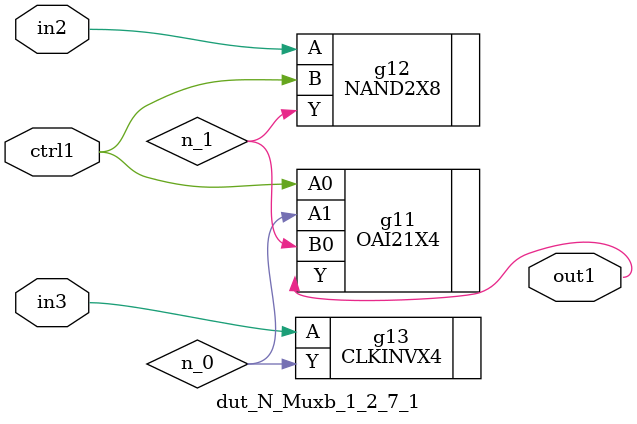
<source format=v>
`timescale 1ps / 1ps


module dut_N_Muxb_1_2_7_1(in3, in2, ctrl1, out1);
  input in3, in2, ctrl1;
  output out1;
  wire in3, in2, ctrl1;
  wire out1;
  wire n_0, n_1;
  OAI21X4 g11(.A0 (ctrl1), .A1 (n_0), .B0 (n_1), .Y (out1));
  NAND2X8 g12(.A (in2), .B (ctrl1), .Y (n_1));
  CLKINVX4 g13(.A (in3), .Y (n_0));
endmodule



</source>
